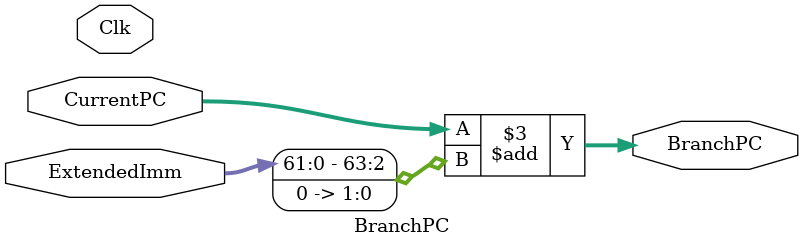
<source format=v>
`timescale 1ns / 1ps

module PCLogic(NextPC, CurrPC, SignExtImm64, Branch, ALUZero, Unconditional, WriteEn, Clk);
    input Branch, Unconditional, ALUZero, WriteEn, Clk;
    input [63:0] SignExtImm64, CurrPC;
    output reg [63:0] NextPC;

     always@(posedge Clk)
        if(WriteEn)
            if((Branch && ALUZero) || Unconditional) begin // Branching logic
                // $display("Unconditional. SignExtImm64: %d %b", $signed(SignExtImm64), SignExtImm64);
                // $display("branching");
                NextPC = SignExtImm64;
            end
            else
                NextPC = CurrPC + 4;
        else
            NextPC = CurrPC;
endmodule

module BranchPC(BranchPC, ExtendedImm, CurrentPC, Clk);
    input [63:0] ExtendedImm;
    input [63:0] CurrentPC;
    input Clk;
    output reg [63:0] BranchPC;

    always@(*) begin
        // $display("ExtendedImm: %d %b", $signed(ExtendedImm), $signed(ExtendedImm));
        // $display("CurrentPC: %d BranchPC: %d", CurrentPC, $signed(BranchPC));
        BranchPC <= CurrentPC + $signed(ExtendedImm <<< 2);
    end
endmodule
</source>
